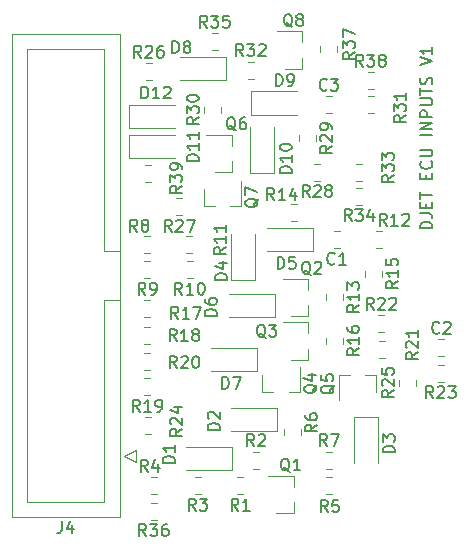
<source format=gbr>
%TF.GenerationSoftware,KiCad,Pcbnew,(5.1.6)-1*%
%TF.CreationDate,2021-03-15T21:03:39-07:00*%
%TF.ProjectId,ECUOutputs,4543554f-7574-4707-9574-732e6b696361,rev?*%
%TF.SameCoordinates,Original*%
%TF.FileFunction,Legend,Top*%
%TF.FilePolarity,Positive*%
%FSLAX46Y46*%
G04 Gerber Fmt 4.6, Leading zero omitted, Abs format (unit mm)*
G04 Created by KiCad (PCBNEW (5.1.6)-1) date 2021-03-15 21:03:39*
%MOMM*%
%LPD*%
G01*
G04 APERTURE LIST*
%ADD10C,0.150000*%
%ADD11C,0.120000*%
G04 APERTURE END LIST*
D10*
X137452380Y-84642857D02*
X136452380Y-84642857D01*
X136452380Y-84404761D01*
X136500000Y-84261904D01*
X136595238Y-84166666D01*
X136690476Y-84119047D01*
X136880952Y-84071428D01*
X137023809Y-84071428D01*
X137214285Y-84119047D01*
X137309523Y-84166666D01*
X137404761Y-84261904D01*
X137452380Y-84404761D01*
X137452380Y-84642857D01*
X136452380Y-83357142D02*
X137166666Y-83357142D01*
X137309523Y-83404761D01*
X137404761Y-83500000D01*
X137452380Y-83642857D01*
X137452380Y-83738095D01*
X136928571Y-82880952D02*
X136928571Y-82547619D01*
X137452380Y-82404761D02*
X137452380Y-82880952D01*
X136452380Y-82880952D01*
X136452380Y-82404761D01*
X136452380Y-82119047D02*
X136452380Y-81547619D01*
X137452380Y-81833333D02*
X136452380Y-81833333D01*
X136928571Y-80452380D02*
X136928571Y-80119047D01*
X137452380Y-79976190D02*
X137452380Y-80452380D01*
X136452380Y-80452380D01*
X136452380Y-79976190D01*
X137357142Y-78976190D02*
X137404761Y-79023809D01*
X137452380Y-79166666D01*
X137452380Y-79261904D01*
X137404761Y-79404761D01*
X137309523Y-79500000D01*
X137214285Y-79547619D01*
X137023809Y-79595238D01*
X136880952Y-79595238D01*
X136690476Y-79547619D01*
X136595238Y-79500000D01*
X136500000Y-79404761D01*
X136452380Y-79261904D01*
X136452380Y-79166666D01*
X136500000Y-79023809D01*
X136547619Y-78976190D01*
X136452380Y-78547619D02*
X137261904Y-78547619D01*
X137357142Y-78500000D01*
X137404761Y-78452380D01*
X137452380Y-78357142D01*
X137452380Y-78166666D01*
X137404761Y-78071428D01*
X137357142Y-78023809D01*
X137261904Y-77976190D01*
X136452380Y-77976190D01*
X137452380Y-76738095D02*
X136452380Y-76738095D01*
X137452380Y-76261904D02*
X136452380Y-76261904D01*
X137452380Y-75690476D01*
X136452380Y-75690476D01*
X137452380Y-75214285D02*
X136452380Y-75214285D01*
X136452380Y-74833333D01*
X136500000Y-74738095D01*
X136547619Y-74690476D01*
X136642857Y-74642857D01*
X136785714Y-74642857D01*
X136880952Y-74690476D01*
X136928571Y-74738095D01*
X136976190Y-74833333D01*
X136976190Y-75214285D01*
X136452380Y-74214285D02*
X137261904Y-74214285D01*
X137357142Y-74166666D01*
X137404761Y-74119047D01*
X137452380Y-74023809D01*
X137452380Y-73833333D01*
X137404761Y-73738095D01*
X137357142Y-73690476D01*
X137261904Y-73642857D01*
X136452380Y-73642857D01*
X136452380Y-73309523D02*
X136452380Y-72738095D01*
X137452380Y-73023809D02*
X136452380Y-73023809D01*
X137404761Y-72452380D02*
X137452380Y-72309523D01*
X137452380Y-72071428D01*
X137404761Y-71976190D01*
X137357142Y-71928571D01*
X137261904Y-71880952D01*
X137166666Y-71880952D01*
X137071428Y-71928571D01*
X137023809Y-71976190D01*
X136976190Y-72071428D01*
X136928571Y-72261904D01*
X136880952Y-72357142D01*
X136833333Y-72404761D01*
X136738095Y-72452380D01*
X136642857Y-72452380D01*
X136547619Y-72404761D01*
X136500000Y-72357142D01*
X136452380Y-72261904D01*
X136452380Y-72023809D01*
X136500000Y-71880952D01*
X136452380Y-70833333D02*
X137452380Y-70500000D01*
X136452380Y-70166666D01*
X137452380Y-69309523D02*
X137452380Y-69880952D01*
X137452380Y-69595238D02*
X136452380Y-69595238D01*
X136595238Y-69690476D01*
X136690476Y-69785714D01*
X136738095Y-69880952D01*
D11*
%TO.C,J4*%
X112376000Y-103386000D02*
X111376000Y-103886000D01*
X112376000Y-104386000D02*
X112376000Y-103386000D01*
X111376000Y-103886000D02*
X112376000Y-104386000D01*
X109676000Y-86596000D02*
X110986000Y-86596000D01*
X109676000Y-86596000D02*
X109676000Y-86596000D01*
X109676000Y-69496000D02*
X109676000Y-86596000D01*
X103176000Y-69496000D02*
X109676000Y-69496000D01*
X103176000Y-107796000D02*
X103176000Y-69496000D01*
X109676000Y-107796000D02*
X103176000Y-107796000D01*
X109676000Y-90696000D02*
X109676000Y-107796000D01*
X110986000Y-90696000D02*
X109676000Y-90696000D01*
X110986000Y-68196000D02*
X110986000Y-109096000D01*
X101866000Y-68196000D02*
X110986000Y-68196000D01*
X101866000Y-109096000D02*
X101866000Y-68196000D01*
X110986000Y-109096000D02*
X101866000Y-109096000D01*
%TO.C,R39*%
X113103922Y-80720000D02*
X113621078Y-80720000D01*
X113103922Y-79300000D02*
X113621078Y-79300000D01*
%TO.C,R38*%
X131996922Y-72846000D02*
X132514078Y-72846000D01*
X131996922Y-71426000D02*
X132514078Y-71426000D01*
%TO.C,R37*%
X129361000Y-69679078D02*
X129361000Y-69161922D01*
X127941000Y-69679078D02*
X127941000Y-69161922D01*
%TO.C,R36*%
X114129078Y-107875000D02*
X113611922Y-107875000D01*
X114129078Y-109295000D02*
X113611922Y-109295000D01*
%TO.C,R35*%
X118788922Y-69544000D02*
X119306078Y-69544000D01*
X118788922Y-68124000D02*
X119306078Y-68124000D01*
%TO.C,R34*%
X131528078Y-81205000D02*
X131010922Y-81205000D01*
X131528078Y-82625000D02*
X131010922Y-82625000D01*
%TO.C,R33*%
X131498078Y-79173000D02*
X130980922Y-79173000D01*
X131498078Y-80593000D02*
X130980922Y-80593000D01*
%TO.C,R32*%
X121836922Y-71957000D02*
X122354078Y-71957000D01*
X121836922Y-70537000D02*
X122354078Y-70537000D01*
%TO.C,R31*%
X131996922Y-74878000D02*
X132514078Y-74878000D01*
X131996922Y-73458000D02*
X132514078Y-73458000D01*
%TO.C,R30*%
X119582000Y-74856078D02*
X119582000Y-74338922D01*
X118162000Y-74856078D02*
X118162000Y-74338922D01*
%TO.C,R29*%
X126163000Y-76751922D02*
X126163000Y-77269078D01*
X127583000Y-76751922D02*
X127583000Y-77269078D01*
%TO.C,R28*%
X127972078Y-79173000D02*
X127454922Y-79173000D01*
X127972078Y-80593000D02*
X127454922Y-80593000D01*
%TO.C,R27*%
X116288078Y-82094000D02*
X115770922Y-82094000D01*
X116288078Y-83514000D02*
X115770922Y-83514000D01*
%TO.C,R26*%
X113200922Y-72084000D02*
X113718078Y-72084000D01*
X113200922Y-70664000D02*
X113718078Y-70664000D01*
%TO.C,R25*%
X136092000Y-97970078D02*
X136092000Y-97452922D01*
X134672000Y-97970078D02*
X134672000Y-97452922D01*
%TO.C,R24*%
X113152422Y-102056000D02*
X113669578Y-102056000D01*
X113152422Y-100636000D02*
X113669578Y-100636000D01*
%TO.C,R23*%
X138434578Y-96191000D02*
X137917422Y-96191000D01*
X138434578Y-97611000D02*
X137917422Y-97611000D01*
%TO.C,R22*%
X132885922Y-93420000D02*
X133403078Y-93420000D01*
X132885922Y-92000000D02*
X133403078Y-92000000D01*
%TO.C,R21*%
X132964422Y-95579000D02*
X133481578Y-95579000D01*
X132964422Y-94159000D02*
X133481578Y-94159000D01*
%TO.C,R20*%
X113542578Y-95175000D02*
X113025422Y-95175000D01*
X113542578Y-96595000D02*
X113025422Y-96595000D01*
%TO.C,R19*%
X113591078Y-97334000D02*
X113073922Y-97334000D01*
X113591078Y-98754000D02*
X113073922Y-98754000D01*
%TO.C,R18*%
X113591078Y-93016000D02*
X113073922Y-93016000D01*
X113591078Y-94436000D02*
X113073922Y-94436000D01*
%TO.C,R17*%
X113591078Y-90730000D02*
X113073922Y-90730000D01*
X113591078Y-92150000D02*
X113073922Y-92150000D01*
%TO.C,R16*%
X128449000Y-93896922D02*
X128449000Y-94414078D01*
X129869000Y-93896922D02*
X129869000Y-94414078D01*
%TO.C,R15*%
X131751000Y-88211922D02*
X131751000Y-88729078D01*
X133171000Y-88211922D02*
X133171000Y-88729078D01*
%TO.C,R14*%
X126037078Y-82602000D02*
X125519922Y-82602000D01*
X126037078Y-84022000D02*
X125519922Y-84022000D01*
%TO.C,R13*%
X128449000Y-90213922D02*
X128449000Y-90731078D01*
X129869000Y-90213922D02*
X129869000Y-90731078D01*
%TO.C,R12*%
X133179078Y-84888000D02*
X132661922Y-84888000D01*
X133179078Y-86308000D02*
X132661922Y-86308000D01*
%TO.C,R11*%
X117147078Y-85269000D02*
X116629922Y-85269000D01*
X117147078Y-86689000D02*
X116629922Y-86689000D01*
%TO.C,R10*%
X117177078Y-87428000D02*
X116659922Y-87428000D01*
X117177078Y-88848000D02*
X116659922Y-88848000D01*
%TO.C,R9*%
X113591078Y-87428000D02*
X113073922Y-87428000D01*
X113591078Y-88848000D02*
X113073922Y-88848000D01*
%TO.C,R8*%
X113591078Y-85269000D02*
X113073922Y-85269000D01*
X113591078Y-86689000D02*
X113073922Y-86689000D01*
%TO.C,R7*%
X128440922Y-104977000D02*
X128958078Y-104977000D01*
X128440922Y-103557000D02*
X128958078Y-103557000D01*
%TO.C,R6*%
X124893000Y-101643922D02*
X124893000Y-102161078D01*
X126313000Y-101643922D02*
X126313000Y-102161078D01*
%TO.C,R5*%
X128440922Y-107136000D02*
X128958078Y-107136000D01*
X128440922Y-105716000D02*
X128958078Y-105716000D01*
%TO.C,R4*%
X113660422Y-107136000D02*
X114177578Y-107136000D01*
X113660422Y-105716000D02*
X114177578Y-105716000D01*
%TO.C,R3*%
X117860578Y-105716000D02*
X117343422Y-105716000D01*
X117860578Y-107136000D02*
X117343422Y-107136000D01*
%TO.C,R2*%
X122296422Y-104977000D02*
X122813578Y-104977000D01*
X122296422Y-103557000D02*
X122813578Y-103557000D01*
%TO.C,R1*%
X120947922Y-107136000D02*
X121465078Y-107136000D01*
X120947922Y-105716000D02*
X121465078Y-105716000D01*
%TO.C,Q8*%
X126474000Y-71115000D02*
X125014000Y-71115000D01*
X126474000Y-67955000D02*
X124314000Y-67955000D01*
X126474000Y-67955000D02*
X126474000Y-68885000D01*
X126474000Y-71115000D02*
X126474000Y-70185000D01*
%TO.C,Q7*%
X118115000Y-82786000D02*
X118115000Y-81326000D01*
X121275000Y-82786000D02*
X121275000Y-80626000D01*
X121275000Y-82786000D02*
X120345000Y-82786000D01*
X118115000Y-82786000D02*
X119045000Y-82786000D01*
%TO.C,Q6*%
X120505000Y-79878000D02*
X119045000Y-79878000D01*
X120505000Y-76718000D02*
X118345000Y-76718000D01*
X120505000Y-76718000D02*
X120505000Y-77648000D01*
X120505000Y-79878000D02*
X120505000Y-78948000D01*
%TO.C,Q5*%
X132710000Y-97046000D02*
X132710000Y-98506000D01*
X129550000Y-97046000D02*
X129550000Y-99206000D01*
X129550000Y-97046000D02*
X130480000Y-97046000D01*
X132710000Y-97046000D02*
X131780000Y-97046000D01*
%TO.C,Q4*%
X123073000Y-98534000D02*
X123073000Y-97074000D01*
X126233000Y-98534000D02*
X126233000Y-96374000D01*
X126233000Y-98534000D02*
X125303000Y-98534000D01*
X123073000Y-98534000D02*
X124003000Y-98534000D01*
%TO.C,Q3*%
X126982000Y-95748000D02*
X125522000Y-95748000D01*
X126982000Y-92588000D02*
X124822000Y-92588000D01*
X126982000Y-92588000D02*
X126982000Y-93518000D01*
X126982000Y-95748000D02*
X126982000Y-94818000D01*
%TO.C,Q2*%
X126982000Y-92065000D02*
X125522000Y-92065000D01*
X126982000Y-88905000D02*
X124822000Y-88905000D01*
X126982000Y-88905000D02*
X126982000Y-89835000D01*
X126982000Y-92065000D02*
X126982000Y-91135000D01*
%TO.C,Q1*%
X125728000Y-108768000D02*
X124268000Y-108768000D01*
X125728000Y-105608000D02*
X123568000Y-105608000D01*
X125728000Y-105608000D02*
X125728000Y-106538000D01*
X125728000Y-108768000D02*
X125728000Y-107838000D01*
%TO.C,D12*%
X111795000Y-74184000D02*
X115695000Y-74184000D01*
X111795000Y-76184000D02*
X115695000Y-76184000D01*
X111795000Y-74184000D02*
X111795000Y-76184000D01*
%TO.C,D11*%
X111795000Y-76724000D02*
X115695000Y-76724000D01*
X111795000Y-78724000D02*
X115695000Y-78724000D01*
X111795000Y-76724000D02*
X111795000Y-78724000D01*
%TO.C,D10*%
X122063000Y-79974000D02*
X122063000Y-76074000D01*
X124063000Y-79974000D02*
X124063000Y-76074000D01*
X122063000Y-79974000D02*
X124063000Y-79974000D01*
%TO.C,D9*%
X122084000Y-73041000D02*
X125984000Y-73041000D01*
X122084000Y-75041000D02*
X125984000Y-75041000D01*
X122084000Y-73041000D02*
X122084000Y-75041000D01*
%TO.C,D8*%
X119980000Y-72120000D02*
X116080000Y-72120000D01*
X119980000Y-70120000D02*
X116080000Y-70120000D01*
X119980000Y-72120000D02*
X119980000Y-70120000D01*
%TO.C,D7*%
X122647000Y-96758000D02*
X118747000Y-96758000D01*
X122647000Y-94758000D02*
X118747000Y-94758000D01*
X122647000Y-96758000D02*
X122647000Y-94758000D01*
%TO.C,D6*%
X124170000Y-92186000D02*
X120270000Y-92186000D01*
X124170000Y-90186000D02*
X120270000Y-90186000D01*
X124170000Y-92186000D02*
X124170000Y-90186000D01*
%TO.C,D5*%
X127346000Y-86598000D02*
X123446000Y-86598000D01*
X127346000Y-84598000D02*
X123446000Y-84598000D01*
X127346000Y-86598000D02*
X127346000Y-84598000D01*
%TO.C,D4*%
X120412000Y-88990000D02*
X120412000Y-85090000D01*
X122412000Y-88990000D02*
X122412000Y-85090000D01*
X120412000Y-88990000D02*
X122412000Y-88990000D01*
%TO.C,D3*%
X132826000Y-100621000D02*
X132826000Y-104521000D01*
X130826000Y-100621000D02*
X130826000Y-104521000D01*
X132826000Y-100621000D02*
X130826000Y-100621000D01*
%TO.C,D2*%
X124298000Y-101838000D02*
X120398000Y-101838000D01*
X124298000Y-99838000D02*
X120398000Y-99838000D01*
X124298000Y-101838000D02*
X124298000Y-99838000D01*
%TO.C,D1*%
X120487000Y-105140000D02*
X116587000Y-105140000D01*
X120487000Y-103140000D02*
X116587000Y-103140000D01*
X120487000Y-105140000D02*
X120487000Y-103140000D01*
%TO.C,C3*%
X128440922Y-74878000D02*
X128958078Y-74878000D01*
X128440922Y-73458000D02*
X128958078Y-73458000D01*
%TO.C,C2*%
X137965922Y-95452000D02*
X138483078Y-95452000D01*
X137965922Y-94032000D02*
X138483078Y-94032000D01*
%TO.C,C1*%
X129623078Y-84888000D02*
X129105922Y-84888000D01*
X129623078Y-86308000D02*
X129105922Y-86308000D01*
%TO.C,J4*%
D10*
X106092666Y-109438380D02*
X106092666Y-110152666D01*
X106045047Y-110295523D01*
X105949809Y-110390761D01*
X105806952Y-110438380D01*
X105711714Y-110438380D01*
X106997428Y-109771714D02*
X106997428Y-110438380D01*
X106759333Y-109390761D02*
X106521238Y-110105047D01*
X107140285Y-110105047D01*
%TO.C,R39*%
X116276380Y-81033857D02*
X115800190Y-81367190D01*
X116276380Y-81605285D02*
X115276380Y-81605285D01*
X115276380Y-81224333D01*
X115324000Y-81129095D01*
X115371619Y-81081476D01*
X115466857Y-81033857D01*
X115609714Y-81033857D01*
X115704952Y-81081476D01*
X115752571Y-81129095D01*
X115800190Y-81224333D01*
X115800190Y-81605285D01*
X115276380Y-80700523D02*
X115276380Y-80081476D01*
X115657333Y-80414809D01*
X115657333Y-80271952D01*
X115704952Y-80176714D01*
X115752571Y-80129095D01*
X115847809Y-80081476D01*
X116085904Y-80081476D01*
X116181142Y-80129095D01*
X116228761Y-80176714D01*
X116276380Y-80271952D01*
X116276380Y-80557666D01*
X116228761Y-80652904D01*
X116181142Y-80700523D01*
X116276380Y-79605285D02*
X116276380Y-79414809D01*
X116228761Y-79319571D01*
X116181142Y-79271952D01*
X116038285Y-79176714D01*
X115847809Y-79129095D01*
X115466857Y-79129095D01*
X115371619Y-79176714D01*
X115324000Y-79224333D01*
X115276380Y-79319571D01*
X115276380Y-79510047D01*
X115324000Y-79605285D01*
X115371619Y-79652904D01*
X115466857Y-79700523D01*
X115704952Y-79700523D01*
X115800190Y-79652904D01*
X115847809Y-79605285D01*
X115895428Y-79510047D01*
X115895428Y-79319571D01*
X115847809Y-79224333D01*
X115800190Y-79176714D01*
X115704952Y-79129095D01*
%TO.C,R38*%
X131612642Y-70938380D02*
X131279309Y-70462190D01*
X131041214Y-70938380D02*
X131041214Y-69938380D01*
X131422166Y-69938380D01*
X131517404Y-69986000D01*
X131565023Y-70033619D01*
X131612642Y-70128857D01*
X131612642Y-70271714D01*
X131565023Y-70366952D01*
X131517404Y-70414571D01*
X131422166Y-70462190D01*
X131041214Y-70462190D01*
X131945976Y-69938380D02*
X132565023Y-69938380D01*
X132231690Y-70319333D01*
X132374547Y-70319333D01*
X132469785Y-70366952D01*
X132517404Y-70414571D01*
X132565023Y-70509809D01*
X132565023Y-70747904D01*
X132517404Y-70843142D01*
X132469785Y-70890761D01*
X132374547Y-70938380D01*
X132088833Y-70938380D01*
X131993595Y-70890761D01*
X131945976Y-70843142D01*
X133136452Y-70366952D02*
X133041214Y-70319333D01*
X132993595Y-70271714D01*
X132945976Y-70176476D01*
X132945976Y-70128857D01*
X132993595Y-70033619D01*
X133041214Y-69986000D01*
X133136452Y-69938380D01*
X133326928Y-69938380D01*
X133422166Y-69986000D01*
X133469785Y-70033619D01*
X133517404Y-70128857D01*
X133517404Y-70176476D01*
X133469785Y-70271714D01*
X133422166Y-70319333D01*
X133326928Y-70366952D01*
X133136452Y-70366952D01*
X133041214Y-70414571D01*
X132993595Y-70462190D01*
X132945976Y-70557428D01*
X132945976Y-70747904D01*
X132993595Y-70843142D01*
X133041214Y-70890761D01*
X133136452Y-70938380D01*
X133326928Y-70938380D01*
X133422166Y-70890761D01*
X133469785Y-70843142D01*
X133517404Y-70747904D01*
X133517404Y-70557428D01*
X133469785Y-70462190D01*
X133422166Y-70414571D01*
X133326928Y-70366952D01*
%TO.C,R37*%
X130881380Y-69730857D02*
X130405190Y-70064190D01*
X130881380Y-70302285D02*
X129881380Y-70302285D01*
X129881380Y-69921333D01*
X129929000Y-69826095D01*
X129976619Y-69778476D01*
X130071857Y-69730857D01*
X130214714Y-69730857D01*
X130309952Y-69778476D01*
X130357571Y-69826095D01*
X130405190Y-69921333D01*
X130405190Y-70302285D01*
X129881380Y-69397523D02*
X129881380Y-68778476D01*
X130262333Y-69111809D01*
X130262333Y-68968952D01*
X130309952Y-68873714D01*
X130357571Y-68826095D01*
X130452809Y-68778476D01*
X130690904Y-68778476D01*
X130786142Y-68826095D01*
X130833761Y-68873714D01*
X130881380Y-68968952D01*
X130881380Y-69254666D01*
X130833761Y-69349904D01*
X130786142Y-69397523D01*
X129881380Y-68445142D02*
X129881380Y-67778476D01*
X130881380Y-68207047D01*
%TO.C,R36*%
X113227642Y-110687380D02*
X112894309Y-110211190D01*
X112656214Y-110687380D02*
X112656214Y-109687380D01*
X113037166Y-109687380D01*
X113132404Y-109735000D01*
X113180023Y-109782619D01*
X113227642Y-109877857D01*
X113227642Y-110020714D01*
X113180023Y-110115952D01*
X113132404Y-110163571D01*
X113037166Y-110211190D01*
X112656214Y-110211190D01*
X113560976Y-109687380D02*
X114180023Y-109687380D01*
X113846690Y-110068333D01*
X113989547Y-110068333D01*
X114084785Y-110115952D01*
X114132404Y-110163571D01*
X114180023Y-110258809D01*
X114180023Y-110496904D01*
X114132404Y-110592142D01*
X114084785Y-110639761D01*
X113989547Y-110687380D01*
X113703833Y-110687380D01*
X113608595Y-110639761D01*
X113560976Y-110592142D01*
X115037166Y-109687380D02*
X114846690Y-109687380D01*
X114751452Y-109735000D01*
X114703833Y-109782619D01*
X114608595Y-109925476D01*
X114560976Y-110115952D01*
X114560976Y-110496904D01*
X114608595Y-110592142D01*
X114656214Y-110639761D01*
X114751452Y-110687380D01*
X114941928Y-110687380D01*
X115037166Y-110639761D01*
X115084785Y-110592142D01*
X115132404Y-110496904D01*
X115132404Y-110258809D01*
X115084785Y-110163571D01*
X115037166Y-110115952D01*
X114941928Y-110068333D01*
X114751452Y-110068333D01*
X114656214Y-110115952D01*
X114608595Y-110163571D01*
X114560976Y-110258809D01*
%TO.C,R35*%
X118404642Y-67636380D02*
X118071309Y-67160190D01*
X117833214Y-67636380D02*
X117833214Y-66636380D01*
X118214166Y-66636380D01*
X118309404Y-66684000D01*
X118357023Y-66731619D01*
X118404642Y-66826857D01*
X118404642Y-66969714D01*
X118357023Y-67064952D01*
X118309404Y-67112571D01*
X118214166Y-67160190D01*
X117833214Y-67160190D01*
X118737976Y-66636380D02*
X119357023Y-66636380D01*
X119023690Y-67017333D01*
X119166547Y-67017333D01*
X119261785Y-67064952D01*
X119309404Y-67112571D01*
X119357023Y-67207809D01*
X119357023Y-67445904D01*
X119309404Y-67541142D01*
X119261785Y-67588761D01*
X119166547Y-67636380D01*
X118880833Y-67636380D01*
X118785595Y-67588761D01*
X118737976Y-67541142D01*
X120261785Y-66636380D02*
X119785595Y-66636380D01*
X119737976Y-67112571D01*
X119785595Y-67064952D01*
X119880833Y-67017333D01*
X120118928Y-67017333D01*
X120214166Y-67064952D01*
X120261785Y-67112571D01*
X120309404Y-67207809D01*
X120309404Y-67445904D01*
X120261785Y-67541142D01*
X120214166Y-67588761D01*
X120118928Y-67636380D01*
X119880833Y-67636380D01*
X119785595Y-67588761D01*
X119737976Y-67541142D01*
%TO.C,R34*%
X130626642Y-84017380D02*
X130293309Y-83541190D01*
X130055214Y-84017380D02*
X130055214Y-83017380D01*
X130436166Y-83017380D01*
X130531404Y-83065000D01*
X130579023Y-83112619D01*
X130626642Y-83207857D01*
X130626642Y-83350714D01*
X130579023Y-83445952D01*
X130531404Y-83493571D01*
X130436166Y-83541190D01*
X130055214Y-83541190D01*
X130959976Y-83017380D02*
X131579023Y-83017380D01*
X131245690Y-83398333D01*
X131388547Y-83398333D01*
X131483785Y-83445952D01*
X131531404Y-83493571D01*
X131579023Y-83588809D01*
X131579023Y-83826904D01*
X131531404Y-83922142D01*
X131483785Y-83969761D01*
X131388547Y-84017380D01*
X131102833Y-84017380D01*
X131007595Y-83969761D01*
X130959976Y-83922142D01*
X132436166Y-83350714D02*
X132436166Y-84017380D01*
X132198071Y-82969761D02*
X131959976Y-83684047D01*
X132579023Y-83684047D01*
%TO.C,R33*%
X134183380Y-80144857D02*
X133707190Y-80478190D01*
X134183380Y-80716285D02*
X133183380Y-80716285D01*
X133183380Y-80335333D01*
X133231000Y-80240095D01*
X133278619Y-80192476D01*
X133373857Y-80144857D01*
X133516714Y-80144857D01*
X133611952Y-80192476D01*
X133659571Y-80240095D01*
X133707190Y-80335333D01*
X133707190Y-80716285D01*
X133183380Y-79811523D02*
X133183380Y-79192476D01*
X133564333Y-79525809D01*
X133564333Y-79382952D01*
X133611952Y-79287714D01*
X133659571Y-79240095D01*
X133754809Y-79192476D01*
X133992904Y-79192476D01*
X134088142Y-79240095D01*
X134135761Y-79287714D01*
X134183380Y-79382952D01*
X134183380Y-79668666D01*
X134135761Y-79763904D01*
X134088142Y-79811523D01*
X133183380Y-78859142D02*
X133183380Y-78240095D01*
X133564333Y-78573428D01*
X133564333Y-78430571D01*
X133611952Y-78335333D01*
X133659571Y-78287714D01*
X133754809Y-78240095D01*
X133992904Y-78240095D01*
X134088142Y-78287714D01*
X134135761Y-78335333D01*
X134183380Y-78430571D01*
X134183380Y-78716285D01*
X134135761Y-78811523D01*
X134088142Y-78859142D01*
%TO.C,R32*%
X121452642Y-70049380D02*
X121119309Y-69573190D01*
X120881214Y-70049380D02*
X120881214Y-69049380D01*
X121262166Y-69049380D01*
X121357404Y-69097000D01*
X121405023Y-69144619D01*
X121452642Y-69239857D01*
X121452642Y-69382714D01*
X121405023Y-69477952D01*
X121357404Y-69525571D01*
X121262166Y-69573190D01*
X120881214Y-69573190D01*
X121785976Y-69049380D02*
X122405023Y-69049380D01*
X122071690Y-69430333D01*
X122214547Y-69430333D01*
X122309785Y-69477952D01*
X122357404Y-69525571D01*
X122405023Y-69620809D01*
X122405023Y-69858904D01*
X122357404Y-69954142D01*
X122309785Y-70001761D01*
X122214547Y-70049380D01*
X121928833Y-70049380D01*
X121833595Y-70001761D01*
X121785976Y-69954142D01*
X122785976Y-69144619D02*
X122833595Y-69097000D01*
X122928833Y-69049380D01*
X123166928Y-69049380D01*
X123262166Y-69097000D01*
X123309785Y-69144619D01*
X123357404Y-69239857D01*
X123357404Y-69335095D01*
X123309785Y-69477952D01*
X122738357Y-70049380D01*
X123357404Y-70049380D01*
%TO.C,R31*%
X135199380Y-75064857D02*
X134723190Y-75398190D01*
X135199380Y-75636285D02*
X134199380Y-75636285D01*
X134199380Y-75255333D01*
X134247000Y-75160095D01*
X134294619Y-75112476D01*
X134389857Y-75064857D01*
X134532714Y-75064857D01*
X134627952Y-75112476D01*
X134675571Y-75160095D01*
X134723190Y-75255333D01*
X134723190Y-75636285D01*
X134199380Y-74731523D02*
X134199380Y-74112476D01*
X134580333Y-74445809D01*
X134580333Y-74302952D01*
X134627952Y-74207714D01*
X134675571Y-74160095D01*
X134770809Y-74112476D01*
X135008904Y-74112476D01*
X135104142Y-74160095D01*
X135151761Y-74207714D01*
X135199380Y-74302952D01*
X135199380Y-74588666D01*
X135151761Y-74683904D01*
X135104142Y-74731523D01*
X135199380Y-73160095D02*
X135199380Y-73731523D01*
X135199380Y-73445809D02*
X134199380Y-73445809D01*
X134342238Y-73541047D01*
X134437476Y-73636285D01*
X134485095Y-73731523D01*
%TO.C,R30*%
X117674380Y-75240357D02*
X117198190Y-75573690D01*
X117674380Y-75811785D02*
X116674380Y-75811785D01*
X116674380Y-75430833D01*
X116722000Y-75335595D01*
X116769619Y-75287976D01*
X116864857Y-75240357D01*
X117007714Y-75240357D01*
X117102952Y-75287976D01*
X117150571Y-75335595D01*
X117198190Y-75430833D01*
X117198190Y-75811785D01*
X116674380Y-74907023D02*
X116674380Y-74287976D01*
X117055333Y-74621309D01*
X117055333Y-74478452D01*
X117102952Y-74383214D01*
X117150571Y-74335595D01*
X117245809Y-74287976D01*
X117483904Y-74287976D01*
X117579142Y-74335595D01*
X117626761Y-74383214D01*
X117674380Y-74478452D01*
X117674380Y-74764166D01*
X117626761Y-74859404D01*
X117579142Y-74907023D01*
X116674380Y-73668928D02*
X116674380Y-73573690D01*
X116722000Y-73478452D01*
X116769619Y-73430833D01*
X116864857Y-73383214D01*
X117055333Y-73335595D01*
X117293428Y-73335595D01*
X117483904Y-73383214D01*
X117579142Y-73430833D01*
X117626761Y-73478452D01*
X117674380Y-73573690D01*
X117674380Y-73668928D01*
X117626761Y-73764166D01*
X117579142Y-73811785D01*
X117483904Y-73859404D01*
X117293428Y-73907023D01*
X117055333Y-73907023D01*
X116864857Y-73859404D01*
X116769619Y-73811785D01*
X116722000Y-73764166D01*
X116674380Y-73668928D01*
%TO.C,R29*%
X128975380Y-77653357D02*
X128499190Y-77986690D01*
X128975380Y-78224785D02*
X127975380Y-78224785D01*
X127975380Y-77843833D01*
X128023000Y-77748595D01*
X128070619Y-77700976D01*
X128165857Y-77653357D01*
X128308714Y-77653357D01*
X128403952Y-77700976D01*
X128451571Y-77748595D01*
X128499190Y-77843833D01*
X128499190Y-78224785D01*
X128070619Y-77272404D02*
X128023000Y-77224785D01*
X127975380Y-77129547D01*
X127975380Y-76891452D01*
X128023000Y-76796214D01*
X128070619Y-76748595D01*
X128165857Y-76700976D01*
X128261095Y-76700976D01*
X128403952Y-76748595D01*
X128975380Y-77320023D01*
X128975380Y-76700976D01*
X128975380Y-76224785D02*
X128975380Y-76034309D01*
X128927761Y-75939071D01*
X128880142Y-75891452D01*
X128737285Y-75796214D01*
X128546809Y-75748595D01*
X128165857Y-75748595D01*
X128070619Y-75796214D01*
X128023000Y-75843833D01*
X127975380Y-75939071D01*
X127975380Y-76129547D01*
X128023000Y-76224785D01*
X128070619Y-76272404D01*
X128165857Y-76320023D01*
X128403952Y-76320023D01*
X128499190Y-76272404D01*
X128546809Y-76224785D01*
X128594428Y-76129547D01*
X128594428Y-75939071D01*
X128546809Y-75843833D01*
X128499190Y-75796214D01*
X128403952Y-75748595D01*
%TO.C,R28*%
X127070642Y-81985380D02*
X126737309Y-81509190D01*
X126499214Y-81985380D02*
X126499214Y-80985380D01*
X126880166Y-80985380D01*
X126975404Y-81033000D01*
X127023023Y-81080619D01*
X127070642Y-81175857D01*
X127070642Y-81318714D01*
X127023023Y-81413952D01*
X126975404Y-81461571D01*
X126880166Y-81509190D01*
X126499214Y-81509190D01*
X127451595Y-81080619D02*
X127499214Y-81033000D01*
X127594452Y-80985380D01*
X127832547Y-80985380D01*
X127927785Y-81033000D01*
X127975404Y-81080619D01*
X128023023Y-81175857D01*
X128023023Y-81271095D01*
X127975404Y-81413952D01*
X127403976Y-81985380D01*
X128023023Y-81985380D01*
X128594452Y-81413952D02*
X128499214Y-81366333D01*
X128451595Y-81318714D01*
X128403976Y-81223476D01*
X128403976Y-81175857D01*
X128451595Y-81080619D01*
X128499214Y-81033000D01*
X128594452Y-80985380D01*
X128784928Y-80985380D01*
X128880166Y-81033000D01*
X128927785Y-81080619D01*
X128975404Y-81175857D01*
X128975404Y-81223476D01*
X128927785Y-81318714D01*
X128880166Y-81366333D01*
X128784928Y-81413952D01*
X128594452Y-81413952D01*
X128499214Y-81461571D01*
X128451595Y-81509190D01*
X128403976Y-81604428D01*
X128403976Y-81794904D01*
X128451595Y-81890142D01*
X128499214Y-81937761D01*
X128594452Y-81985380D01*
X128784928Y-81985380D01*
X128880166Y-81937761D01*
X128927785Y-81890142D01*
X128975404Y-81794904D01*
X128975404Y-81604428D01*
X128927785Y-81509190D01*
X128880166Y-81461571D01*
X128784928Y-81413952D01*
%TO.C,R27*%
X115386642Y-84906380D02*
X115053309Y-84430190D01*
X114815214Y-84906380D02*
X114815214Y-83906380D01*
X115196166Y-83906380D01*
X115291404Y-83954000D01*
X115339023Y-84001619D01*
X115386642Y-84096857D01*
X115386642Y-84239714D01*
X115339023Y-84334952D01*
X115291404Y-84382571D01*
X115196166Y-84430190D01*
X114815214Y-84430190D01*
X115767595Y-84001619D02*
X115815214Y-83954000D01*
X115910452Y-83906380D01*
X116148547Y-83906380D01*
X116243785Y-83954000D01*
X116291404Y-84001619D01*
X116339023Y-84096857D01*
X116339023Y-84192095D01*
X116291404Y-84334952D01*
X115719976Y-84906380D01*
X116339023Y-84906380D01*
X116672357Y-83906380D02*
X117339023Y-83906380D01*
X116910452Y-84906380D01*
%TO.C,R26*%
X112816642Y-70176380D02*
X112483309Y-69700190D01*
X112245214Y-70176380D02*
X112245214Y-69176380D01*
X112626166Y-69176380D01*
X112721404Y-69224000D01*
X112769023Y-69271619D01*
X112816642Y-69366857D01*
X112816642Y-69509714D01*
X112769023Y-69604952D01*
X112721404Y-69652571D01*
X112626166Y-69700190D01*
X112245214Y-69700190D01*
X113197595Y-69271619D02*
X113245214Y-69224000D01*
X113340452Y-69176380D01*
X113578547Y-69176380D01*
X113673785Y-69224000D01*
X113721404Y-69271619D01*
X113769023Y-69366857D01*
X113769023Y-69462095D01*
X113721404Y-69604952D01*
X113149976Y-70176380D01*
X113769023Y-70176380D01*
X114626166Y-69176380D02*
X114435690Y-69176380D01*
X114340452Y-69224000D01*
X114292833Y-69271619D01*
X114197595Y-69414476D01*
X114149976Y-69604952D01*
X114149976Y-69985904D01*
X114197595Y-70081142D01*
X114245214Y-70128761D01*
X114340452Y-70176380D01*
X114530928Y-70176380D01*
X114626166Y-70128761D01*
X114673785Y-70081142D01*
X114721404Y-69985904D01*
X114721404Y-69747809D01*
X114673785Y-69652571D01*
X114626166Y-69604952D01*
X114530928Y-69557333D01*
X114340452Y-69557333D01*
X114245214Y-69604952D01*
X114197595Y-69652571D01*
X114149976Y-69747809D01*
%TO.C,R25*%
X134184380Y-98354357D02*
X133708190Y-98687690D01*
X134184380Y-98925785D02*
X133184380Y-98925785D01*
X133184380Y-98544833D01*
X133232000Y-98449595D01*
X133279619Y-98401976D01*
X133374857Y-98354357D01*
X133517714Y-98354357D01*
X133612952Y-98401976D01*
X133660571Y-98449595D01*
X133708190Y-98544833D01*
X133708190Y-98925785D01*
X133279619Y-97973404D02*
X133232000Y-97925785D01*
X133184380Y-97830547D01*
X133184380Y-97592452D01*
X133232000Y-97497214D01*
X133279619Y-97449595D01*
X133374857Y-97401976D01*
X133470095Y-97401976D01*
X133612952Y-97449595D01*
X134184380Y-98021023D01*
X134184380Y-97401976D01*
X133184380Y-96497214D02*
X133184380Y-96973404D01*
X133660571Y-97021023D01*
X133612952Y-96973404D01*
X133565333Y-96878166D01*
X133565333Y-96640071D01*
X133612952Y-96544833D01*
X133660571Y-96497214D01*
X133755809Y-96449595D01*
X133993904Y-96449595D01*
X134089142Y-96497214D01*
X134136761Y-96544833D01*
X134184380Y-96640071D01*
X134184380Y-96878166D01*
X134136761Y-96973404D01*
X134089142Y-97021023D01*
%TO.C,R24*%
X116276380Y-101607857D02*
X115800190Y-101941190D01*
X116276380Y-102179285D02*
X115276380Y-102179285D01*
X115276380Y-101798333D01*
X115324000Y-101703095D01*
X115371619Y-101655476D01*
X115466857Y-101607857D01*
X115609714Y-101607857D01*
X115704952Y-101655476D01*
X115752571Y-101703095D01*
X115800190Y-101798333D01*
X115800190Y-102179285D01*
X115371619Y-101226904D02*
X115324000Y-101179285D01*
X115276380Y-101084047D01*
X115276380Y-100845952D01*
X115324000Y-100750714D01*
X115371619Y-100703095D01*
X115466857Y-100655476D01*
X115562095Y-100655476D01*
X115704952Y-100703095D01*
X116276380Y-101274523D01*
X116276380Y-100655476D01*
X115609714Y-99798333D02*
X116276380Y-99798333D01*
X115228761Y-100036428D02*
X115943047Y-100274523D01*
X115943047Y-99655476D01*
%TO.C,R23*%
X137533142Y-99003380D02*
X137199809Y-98527190D01*
X136961714Y-99003380D02*
X136961714Y-98003380D01*
X137342666Y-98003380D01*
X137437904Y-98051000D01*
X137485523Y-98098619D01*
X137533142Y-98193857D01*
X137533142Y-98336714D01*
X137485523Y-98431952D01*
X137437904Y-98479571D01*
X137342666Y-98527190D01*
X136961714Y-98527190D01*
X137914095Y-98098619D02*
X137961714Y-98051000D01*
X138056952Y-98003380D01*
X138295047Y-98003380D01*
X138390285Y-98051000D01*
X138437904Y-98098619D01*
X138485523Y-98193857D01*
X138485523Y-98289095D01*
X138437904Y-98431952D01*
X137866476Y-99003380D01*
X138485523Y-99003380D01*
X138818857Y-98003380D02*
X139437904Y-98003380D01*
X139104571Y-98384333D01*
X139247428Y-98384333D01*
X139342666Y-98431952D01*
X139390285Y-98479571D01*
X139437904Y-98574809D01*
X139437904Y-98812904D01*
X139390285Y-98908142D01*
X139342666Y-98955761D01*
X139247428Y-99003380D01*
X138961714Y-99003380D01*
X138866476Y-98955761D01*
X138818857Y-98908142D01*
%TO.C,R22*%
X132501642Y-91512380D02*
X132168309Y-91036190D01*
X131930214Y-91512380D02*
X131930214Y-90512380D01*
X132311166Y-90512380D01*
X132406404Y-90560000D01*
X132454023Y-90607619D01*
X132501642Y-90702857D01*
X132501642Y-90845714D01*
X132454023Y-90940952D01*
X132406404Y-90988571D01*
X132311166Y-91036190D01*
X131930214Y-91036190D01*
X132882595Y-90607619D02*
X132930214Y-90560000D01*
X133025452Y-90512380D01*
X133263547Y-90512380D01*
X133358785Y-90560000D01*
X133406404Y-90607619D01*
X133454023Y-90702857D01*
X133454023Y-90798095D01*
X133406404Y-90940952D01*
X132834976Y-91512380D01*
X133454023Y-91512380D01*
X133834976Y-90607619D02*
X133882595Y-90560000D01*
X133977833Y-90512380D01*
X134215928Y-90512380D01*
X134311166Y-90560000D01*
X134358785Y-90607619D01*
X134406404Y-90702857D01*
X134406404Y-90798095D01*
X134358785Y-90940952D01*
X133787357Y-91512380D01*
X134406404Y-91512380D01*
%TO.C,R21*%
X136215380Y-95130857D02*
X135739190Y-95464190D01*
X136215380Y-95702285D02*
X135215380Y-95702285D01*
X135215380Y-95321333D01*
X135263000Y-95226095D01*
X135310619Y-95178476D01*
X135405857Y-95130857D01*
X135548714Y-95130857D01*
X135643952Y-95178476D01*
X135691571Y-95226095D01*
X135739190Y-95321333D01*
X135739190Y-95702285D01*
X135310619Y-94749904D02*
X135263000Y-94702285D01*
X135215380Y-94607047D01*
X135215380Y-94368952D01*
X135263000Y-94273714D01*
X135310619Y-94226095D01*
X135405857Y-94178476D01*
X135501095Y-94178476D01*
X135643952Y-94226095D01*
X136215380Y-94797523D01*
X136215380Y-94178476D01*
X136215380Y-93226095D02*
X136215380Y-93797523D01*
X136215380Y-93511809D02*
X135215380Y-93511809D01*
X135358238Y-93607047D01*
X135453476Y-93702285D01*
X135501095Y-93797523D01*
%TO.C,R20*%
X115816142Y-96464380D02*
X115482809Y-95988190D01*
X115244714Y-96464380D02*
X115244714Y-95464380D01*
X115625666Y-95464380D01*
X115720904Y-95512000D01*
X115768523Y-95559619D01*
X115816142Y-95654857D01*
X115816142Y-95797714D01*
X115768523Y-95892952D01*
X115720904Y-95940571D01*
X115625666Y-95988190D01*
X115244714Y-95988190D01*
X116197095Y-95559619D02*
X116244714Y-95512000D01*
X116339952Y-95464380D01*
X116578047Y-95464380D01*
X116673285Y-95512000D01*
X116720904Y-95559619D01*
X116768523Y-95654857D01*
X116768523Y-95750095D01*
X116720904Y-95892952D01*
X116149476Y-96464380D01*
X116768523Y-96464380D01*
X117387571Y-95464380D02*
X117482809Y-95464380D01*
X117578047Y-95512000D01*
X117625666Y-95559619D01*
X117673285Y-95654857D01*
X117720904Y-95845333D01*
X117720904Y-96083428D01*
X117673285Y-96273904D01*
X117625666Y-96369142D01*
X117578047Y-96416761D01*
X117482809Y-96464380D01*
X117387571Y-96464380D01*
X117292333Y-96416761D01*
X117244714Y-96369142D01*
X117197095Y-96273904D01*
X117149476Y-96083428D01*
X117149476Y-95845333D01*
X117197095Y-95654857D01*
X117244714Y-95559619D01*
X117292333Y-95512000D01*
X117387571Y-95464380D01*
%TO.C,R19*%
X112689642Y-100146380D02*
X112356309Y-99670190D01*
X112118214Y-100146380D02*
X112118214Y-99146380D01*
X112499166Y-99146380D01*
X112594404Y-99194000D01*
X112642023Y-99241619D01*
X112689642Y-99336857D01*
X112689642Y-99479714D01*
X112642023Y-99574952D01*
X112594404Y-99622571D01*
X112499166Y-99670190D01*
X112118214Y-99670190D01*
X113642023Y-100146380D02*
X113070595Y-100146380D01*
X113356309Y-100146380D02*
X113356309Y-99146380D01*
X113261071Y-99289238D01*
X113165833Y-99384476D01*
X113070595Y-99432095D01*
X114118214Y-100146380D02*
X114308690Y-100146380D01*
X114403928Y-100098761D01*
X114451547Y-100051142D01*
X114546785Y-99908285D01*
X114594404Y-99717809D01*
X114594404Y-99336857D01*
X114546785Y-99241619D01*
X114499166Y-99194000D01*
X114403928Y-99146380D01*
X114213452Y-99146380D01*
X114118214Y-99194000D01*
X114070595Y-99241619D01*
X114022976Y-99336857D01*
X114022976Y-99574952D01*
X114070595Y-99670190D01*
X114118214Y-99717809D01*
X114213452Y-99765428D01*
X114403928Y-99765428D01*
X114499166Y-99717809D01*
X114546785Y-99670190D01*
X114594404Y-99574952D01*
%TO.C,R18*%
X115816142Y-94178380D02*
X115482809Y-93702190D01*
X115244714Y-94178380D02*
X115244714Y-93178380D01*
X115625666Y-93178380D01*
X115720904Y-93226000D01*
X115768523Y-93273619D01*
X115816142Y-93368857D01*
X115816142Y-93511714D01*
X115768523Y-93606952D01*
X115720904Y-93654571D01*
X115625666Y-93702190D01*
X115244714Y-93702190D01*
X116768523Y-94178380D02*
X116197095Y-94178380D01*
X116482809Y-94178380D02*
X116482809Y-93178380D01*
X116387571Y-93321238D01*
X116292333Y-93416476D01*
X116197095Y-93464095D01*
X117339952Y-93606952D02*
X117244714Y-93559333D01*
X117197095Y-93511714D01*
X117149476Y-93416476D01*
X117149476Y-93368857D01*
X117197095Y-93273619D01*
X117244714Y-93226000D01*
X117339952Y-93178380D01*
X117530428Y-93178380D01*
X117625666Y-93226000D01*
X117673285Y-93273619D01*
X117720904Y-93368857D01*
X117720904Y-93416476D01*
X117673285Y-93511714D01*
X117625666Y-93559333D01*
X117530428Y-93606952D01*
X117339952Y-93606952D01*
X117244714Y-93654571D01*
X117197095Y-93702190D01*
X117149476Y-93797428D01*
X117149476Y-93987904D01*
X117197095Y-94083142D01*
X117244714Y-94130761D01*
X117339952Y-94178380D01*
X117530428Y-94178380D01*
X117625666Y-94130761D01*
X117673285Y-94083142D01*
X117720904Y-93987904D01*
X117720904Y-93797428D01*
X117673285Y-93702190D01*
X117625666Y-93654571D01*
X117530428Y-93606952D01*
%TO.C,R17*%
X115943142Y-92273380D02*
X115609809Y-91797190D01*
X115371714Y-92273380D02*
X115371714Y-91273380D01*
X115752666Y-91273380D01*
X115847904Y-91321000D01*
X115895523Y-91368619D01*
X115943142Y-91463857D01*
X115943142Y-91606714D01*
X115895523Y-91701952D01*
X115847904Y-91749571D01*
X115752666Y-91797190D01*
X115371714Y-91797190D01*
X116895523Y-92273380D02*
X116324095Y-92273380D01*
X116609809Y-92273380D02*
X116609809Y-91273380D01*
X116514571Y-91416238D01*
X116419333Y-91511476D01*
X116324095Y-91559095D01*
X117228857Y-91273380D02*
X117895523Y-91273380D01*
X117466952Y-92273380D01*
%TO.C,R16*%
X131261380Y-94798357D02*
X130785190Y-95131690D01*
X131261380Y-95369785D02*
X130261380Y-95369785D01*
X130261380Y-94988833D01*
X130309000Y-94893595D01*
X130356619Y-94845976D01*
X130451857Y-94798357D01*
X130594714Y-94798357D01*
X130689952Y-94845976D01*
X130737571Y-94893595D01*
X130785190Y-94988833D01*
X130785190Y-95369785D01*
X131261380Y-93845976D02*
X131261380Y-94417404D01*
X131261380Y-94131690D02*
X130261380Y-94131690D01*
X130404238Y-94226928D01*
X130499476Y-94322166D01*
X130547095Y-94417404D01*
X130261380Y-92988833D02*
X130261380Y-93179309D01*
X130309000Y-93274547D01*
X130356619Y-93322166D01*
X130499476Y-93417404D01*
X130689952Y-93465023D01*
X131070904Y-93465023D01*
X131166142Y-93417404D01*
X131213761Y-93369785D01*
X131261380Y-93274547D01*
X131261380Y-93084071D01*
X131213761Y-92988833D01*
X131166142Y-92941214D01*
X131070904Y-92893595D01*
X130832809Y-92893595D01*
X130737571Y-92941214D01*
X130689952Y-92988833D01*
X130642333Y-93084071D01*
X130642333Y-93274547D01*
X130689952Y-93369785D01*
X130737571Y-93417404D01*
X130832809Y-93465023D01*
%TO.C,R15*%
X134563380Y-89113357D02*
X134087190Y-89446690D01*
X134563380Y-89684785D02*
X133563380Y-89684785D01*
X133563380Y-89303833D01*
X133611000Y-89208595D01*
X133658619Y-89160976D01*
X133753857Y-89113357D01*
X133896714Y-89113357D01*
X133991952Y-89160976D01*
X134039571Y-89208595D01*
X134087190Y-89303833D01*
X134087190Y-89684785D01*
X134563380Y-88160976D02*
X134563380Y-88732404D01*
X134563380Y-88446690D02*
X133563380Y-88446690D01*
X133706238Y-88541928D01*
X133801476Y-88637166D01*
X133849095Y-88732404D01*
X133563380Y-87256214D02*
X133563380Y-87732404D01*
X134039571Y-87780023D01*
X133991952Y-87732404D01*
X133944333Y-87637166D01*
X133944333Y-87399071D01*
X133991952Y-87303833D01*
X134039571Y-87256214D01*
X134134809Y-87208595D01*
X134372904Y-87208595D01*
X134468142Y-87256214D01*
X134515761Y-87303833D01*
X134563380Y-87399071D01*
X134563380Y-87637166D01*
X134515761Y-87732404D01*
X134468142Y-87780023D01*
%TO.C,R14*%
X124071142Y-82240380D02*
X123737809Y-81764190D01*
X123499714Y-82240380D02*
X123499714Y-81240380D01*
X123880666Y-81240380D01*
X123975904Y-81288000D01*
X124023523Y-81335619D01*
X124071142Y-81430857D01*
X124071142Y-81573714D01*
X124023523Y-81668952D01*
X123975904Y-81716571D01*
X123880666Y-81764190D01*
X123499714Y-81764190D01*
X125023523Y-82240380D02*
X124452095Y-82240380D01*
X124737809Y-82240380D02*
X124737809Y-81240380D01*
X124642571Y-81383238D01*
X124547333Y-81478476D01*
X124452095Y-81526095D01*
X125880666Y-81573714D02*
X125880666Y-82240380D01*
X125642571Y-81192761D02*
X125404476Y-81907047D01*
X126023523Y-81907047D01*
%TO.C,R13*%
X131261380Y-91115357D02*
X130785190Y-91448690D01*
X131261380Y-91686785D02*
X130261380Y-91686785D01*
X130261380Y-91305833D01*
X130309000Y-91210595D01*
X130356619Y-91162976D01*
X130451857Y-91115357D01*
X130594714Y-91115357D01*
X130689952Y-91162976D01*
X130737571Y-91210595D01*
X130785190Y-91305833D01*
X130785190Y-91686785D01*
X131261380Y-90162976D02*
X131261380Y-90734404D01*
X131261380Y-90448690D02*
X130261380Y-90448690D01*
X130404238Y-90543928D01*
X130499476Y-90639166D01*
X130547095Y-90734404D01*
X130261380Y-89829642D02*
X130261380Y-89210595D01*
X130642333Y-89543928D01*
X130642333Y-89401071D01*
X130689952Y-89305833D01*
X130737571Y-89258214D01*
X130832809Y-89210595D01*
X131070904Y-89210595D01*
X131166142Y-89258214D01*
X131213761Y-89305833D01*
X131261380Y-89401071D01*
X131261380Y-89686785D01*
X131213761Y-89782023D01*
X131166142Y-89829642D01*
%TO.C,R12*%
X133596142Y-84399380D02*
X133262809Y-83923190D01*
X133024714Y-84399380D02*
X133024714Y-83399380D01*
X133405666Y-83399380D01*
X133500904Y-83447000D01*
X133548523Y-83494619D01*
X133596142Y-83589857D01*
X133596142Y-83732714D01*
X133548523Y-83827952D01*
X133500904Y-83875571D01*
X133405666Y-83923190D01*
X133024714Y-83923190D01*
X134548523Y-84399380D02*
X133977095Y-84399380D01*
X134262809Y-84399380D02*
X134262809Y-83399380D01*
X134167571Y-83542238D01*
X134072333Y-83637476D01*
X133977095Y-83685095D01*
X134929476Y-83494619D02*
X134977095Y-83447000D01*
X135072333Y-83399380D01*
X135310428Y-83399380D01*
X135405666Y-83447000D01*
X135453285Y-83494619D01*
X135500904Y-83589857D01*
X135500904Y-83685095D01*
X135453285Y-83827952D01*
X134881857Y-84399380D01*
X135500904Y-84399380D01*
%TO.C,R11*%
X119959380Y-86240857D02*
X119483190Y-86574190D01*
X119959380Y-86812285D02*
X118959380Y-86812285D01*
X118959380Y-86431333D01*
X119007000Y-86336095D01*
X119054619Y-86288476D01*
X119149857Y-86240857D01*
X119292714Y-86240857D01*
X119387952Y-86288476D01*
X119435571Y-86336095D01*
X119483190Y-86431333D01*
X119483190Y-86812285D01*
X119959380Y-85288476D02*
X119959380Y-85859904D01*
X119959380Y-85574190D02*
X118959380Y-85574190D01*
X119102238Y-85669428D01*
X119197476Y-85764666D01*
X119245095Y-85859904D01*
X119959380Y-84336095D02*
X119959380Y-84907523D01*
X119959380Y-84621809D02*
X118959380Y-84621809D01*
X119102238Y-84717047D01*
X119197476Y-84812285D01*
X119245095Y-84907523D01*
%TO.C,R10*%
X116275642Y-90240380D02*
X115942309Y-89764190D01*
X115704214Y-90240380D02*
X115704214Y-89240380D01*
X116085166Y-89240380D01*
X116180404Y-89288000D01*
X116228023Y-89335619D01*
X116275642Y-89430857D01*
X116275642Y-89573714D01*
X116228023Y-89668952D01*
X116180404Y-89716571D01*
X116085166Y-89764190D01*
X115704214Y-89764190D01*
X117228023Y-90240380D02*
X116656595Y-90240380D01*
X116942309Y-90240380D02*
X116942309Y-89240380D01*
X116847071Y-89383238D01*
X116751833Y-89478476D01*
X116656595Y-89526095D01*
X117847071Y-89240380D02*
X117942309Y-89240380D01*
X118037547Y-89288000D01*
X118085166Y-89335619D01*
X118132785Y-89430857D01*
X118180404Y-89621333D01*
X118180404Y-89859428D01*
X118132785Y-90049904D01*
X118085166Y-90145142D01*
X118037547Y-90192761D01*
X117942309Y-90240380D01*
X117847071Y-90240380D01*
X117751833Y-90192761D01*
X117704214Y-90145142D01*
X117656595Y-90049904D01*
X117608976Y-89859428D01*
X117608976Y-89621333D01*
X117656595Y-89430857D01*
X117704214Y-89335619D01*
X117751833Y-89288000D01*
X117847071Y-89240380D01*
%TO.C,R9*%
X113165833Y-90240380D02*
X112832500Y-89764190D01*
X112594404Y-90240380D02*
X112594404Y-89240380D01*
X112975357Y-89240380D01*
X113070595Y-89288000D01*
X113118214Y-89335619D01*
X113165833Y-89430857D01*
X113165833Y-89573714D01*
X113118214Y-89668952D01*
X113070595Y-89716571D01*
X112975357Y-89764190D01*
X112594404Y-89764190D01*
X113642023Y-90240380D02*
X113832500Y-90240380D01*
X113927738Y-90192761D01*
X113975357Y-90145142D01*
X114070595Y-90002285D01*
X114118214Y-89811809D01*
X114118214Y-89430857D01*
X114070595Y-89335619D01*
X114022976Y-89288000D01*
X113927738Y-89240380D01*
X113737261Y-89240380D01*
X113642023Y-89288000D01*
X113594404Y-89335619D01*
X113546785Y-89430857D01*
X113546785Y-89668952D01*
X113594404Y-89764190D01*
X113642023Y-89811809D01*
X113737261Y-89859428D01*
X113927738Y-89859428D01*
X114022976Y-89811809D01*
X114070595Y-89764190D01*
X114118214Y-89668952D01*
%TO.C,R8*%
X112482333Y-84907380D02*
X112149000Y-84431190D01*
X111910904Y-84907380D02*
X111910904Y-83907380D01*
X112291857Y-83907380D01*
X112387095Y-83955000D01*
X112434714Y-84002619D01*
X112482333Y-84097857D01*
X112482333Y-84240714D01*
X112434714Y-84335952D01*
X112387095Y-84383571D01*
X112291857Y-84431190D01*
X111910904Y-84431190D01*
X113053761Y-84335952D02*
X112958523Y-84288333D01*
X112910904Y-84240714D01*
X112863285Y-84145476D01*
X112863285Y-84097857D01*
X112910904Y-84002619D01*
X112958523Y-83955000D01*
X113053761Y-83907380D01*
X113244238Y-83907380D01*
X113339476Y-83955000D01*
X113387095Y-84002619D01*
X113434714Y-84097857D01*
X113434714Y-84145476D01*
X113387095Y-84240714D01*
X113339476Y-84288333D01*
X113244238Y-84335952D01*
X113053761Y-84335952D01*
X112958523Y-84383571D01*
X112910904Y-84431190D01*
X112863285Y-84526428D01*
X112863285Y-84716904D01*
X112910904Y-84812142D01*
X112958523Y-84859761D01*
X113053761Y-84907380D01*
X113244238Y-84907380D01*
X113339476Y-84859761D01*
X113387095Y-84812142D01*
X113434714Y-84716904D01*
X113434714Y-84526428D01*
X113387095Y-84431190D01*
X113339476Y-84383571D01*
X113244238Y-84335952D01*
%TO.C,R7*%
X128532833Y-103069380D02*
X128199500Y-102593190D01*
X127961404Y-103069380D02*
X127961404Y-102069380D01*
X128342357Y-102069380D01*
X128437595Y-102117000D01*
X128485214Y-102164619D01*
X128532833Y-102259857D01*
X128532833Y-102402714D01*
X128485214Y-102497952D01*
X128437595Y-102545571D01*
X128342357Y-102593190D01*
X127961404Y-102593190D01*
X128866166Y-102069380D02*
X129532833Y-102069380D01*
X129104261Y-103069380D01*
%TO.C,R6*%
X127705380Y-101258666D02*
X127229190Y-101592000D01*
X127705380Y-101830095D02*
X126705380Y-101830095D01*
X126705380Y-101449142D01*
X126753000Y-101353904D01*
X126800619Y-101306285D01*
X126895857Y-101258666D01*
X127038714Y-101258666D01*
X127133952Y-101306285D01*
X127181571Y-101353904D01*
X127229190Y-101449142D01*
X127229190Y-101830095D01*
X126705380Y-100401523D02*
X126705380Y-100592000D01*
X126753000Y-100687238D01*
X126800619Y-100734857D01*
X126943476Y-100830095D01*
X127133952Y-100877714D01*
X127514904Y-100877714D01*
X127610142Y-100830095D01*
X127657761Y-100782476D01*
X127705380Y-100687238D01*
X127705380Y-100496761D01*
X127657761Y-100401523D01*
X127610142Y-100353904D01*
X127514904Y-100306285D01*
X127276809Y-100306285D01*
X127181571Y-100353904D01*
X127133952Y-100401523D01*
X127086333Y-100496761D01*
X127086333Y-100687238D01*
X127133952Y-100782476D01*
X127181571Y-100830095D01*
X127276809Y-100877714D01*
%TO.C,R5*%
X128611333Y-108656380D02*
X128278000Y-108180190D01*
X128039904Y-108656380D02*
X128039904Y-107656380D01*
X128420857Y-107656380D01*
X128516095Y-107704000D01*
X128563714Y-107751619D01*
X128611333Y-107846857D01*
X128611333Y-107989714D01*
X128563714Y-108084952D01*
X128516095Y-108132571D01*
X128420857Y-108180190D01*
X128039904Y-108180190D01*
X129516095Y-107656380D02*
X129039904Y-107656380D01*
X128992285Y-108132571D01*
X129039904Y-108084952D01*
X129135142Y-108037333D01*
X129373238Y-108037333D01*
X129468476Y-108084952D01*
X129516095Y-108132571D01*
X129563714Y-108227809D01*
X129563714Y-108465904D01*
X129516095Y-108561142D01*
X129468476Y-108608761D01*
X129373238Y-108656380D01*
X129135142Y-108656380D01*
X129039904Y-108608761D01*
X128992285Y-108561142D01*
%TO.C,R4*%
X113371333Y-105228380D02*
X113038000Y-104752190D01*
X112799904Y-105228380D02*
X112799904Y-104228380D01*
X113180857Y-104228380D01*
X113276095Y-104276000D01*
X113323714Y-104323619D01*
X113371333Y-104418857D01*
X113371333Y-104561714D01*
X113323714Y-104656952D01*
X113276095Y-104704571D01*
X113180857Y-104752190D01*
X112799904Y-104752190D01*
X114228476Y-104561714D02*
X114228476Y-105228380D01*
X113990380Y-104180761D02*
X113752285Y-104895047D01*
X114371333Y-104895047D01*
%TO.C,R3*%
X117435333Y-108528380D02*
X117102000Y-108052190D01*
X116863904Y-108528380D02*
X116863904Y-107528380D01*
X117244857Y-107528380D01*
X117340095Y-107576000D01*
X117387714Y-107623619D01*
X117435333Y-107718857D01*
X117435333Y-107861714D01*
X117387714Y-107956952D01*
X117340095Y-108004571D01*
X117244857Y-108052190D01*
X116863904Y-108052190D01*
X117768666Y-107528380D02*
X118387714Y-107528380D01*
X118054380Y-107909333D01*
X118197238Y-107909333D01*
X118292476Y-107956952D01*
X118340095Y-108004571D01*
X118387714Y-108099809D01*
X118387714Y-108337904D01*
X118340095Y-108433142D01*
X118292476Y-108480761D01*
X118197238Y-108528380D01*
X117911523Y-108528380D01*
X117816285Y-108480761D01*
X117768666Y-108433142D01*
%TO.C,R2*%
X122388333Y-103069380D02*
X122055000Y-102593190D01*
X121816904Y-103069380D02*
X121816904Y-102069380D01*
X122197857Y-102069380D01*
X122293095Y-102117000D01*
X122340714Y-102164619D01*
X122388333Y-102259857D01*
X122388333Y-102402714D01*
X122340714Y-102497952D01*
X122293095Y-102545571D01*
X122197857Y-102593190D01*
X121816904Y-102593190D01*
X122769285Y-102164619D02*
X122816904Y-102117000D01*
X122912142Y-102069380D01*
X123150238Y-102069380D01*
X123245476Y-102117000D01*
X123293095Y-102164619D01*
X123340714Y-102259857D01*
X123340714Y-102355095D01*
X123293095Y-102497952D01*
X122721666Y-103069380D01*
X123340714Y-103069380D01*
%TO.C,R1*%
X121039833Y-108529380D02*
X120706500Y-108053190D01*
X120468404Y-108529380D02*
X120468404Y-107529380D01*
X120849357Y-107529380D01*
X120944595Y-107577000D01*
X120992214Y-107624619D01*
X121039833Y-107719857D01*
X121039833Y-107862714D01*
X120992214Y-107957952D01*
X120944595Y-108005571D01*
X120849357Y-108053190D01*
X120468404Y-108053190D01*
X121992214Y-108529380D02*
X121420785Y-108529380D01*
X121706500Y-108529380D02*
X121706500Y-107529380D01*
X121611261Y-107672238D01*
X121516023Y-107767476D01*
X121420785Y-107815095D01*
%TO.C,Q8*%
X125618761Y-67582619D02*
X125523523Y-67535000D01*
X125428285Y-67439761D01*
X125285428Y-67296904D01*
X125190190Y-67249285D01*
X125094952Y-67249285D01*
X125142571Y-67487380D02*
X125047333Y-67439761D01*
X124952095Y-67344523D01*
X124904476Y-67154047D01*
X124904476Y-66820714D01*
X124952095Y-66630238D01*
X125047333Y-66535000D01*
X125142571Y-66487380D01*
X125333047Y-66487380D01*
X125428285Y-66535000D01*
X125523523Y-66630238D01*
X125571142Y-66820714D01*
X125571142Y-67154047D01*
X125523523Y-67344523D01*
X125428285Y-67439761D01*
X125333047Y-67487380D01*
X125142571Y-67487380D01*
X126142571Y-66915952D02*
X126047333Y-66868333D01*
X125999714Y-66820714D01*
X125952095Y-66725476D01*
X125952095Y-66677857D01*
X125999714Y-66582619D01*
X126047333Y-66535000D01*
X126142571Y-66487380D01*
X126333047Y-66487380D01*
X126428285Y-66535000D01*
X126475904Y-66582619D01*
X126523523Y-66677857D01*
X126523523Y-66725476D01*
X126475904Y-66820714D01*
X126428285Y-66868333D01*
X126333047Y-66915952D01*
X126142571Y-66915952D01*
X126047333Y-66963571D01*
X125999714Y-67011190D01*
X125952095Y-67106428D01*
X125952095Y-67296904D01*
X125999714Y-67392142D01*
X126047333Y-67439761D01*
X126142571Y-67487380D01*
X126333047Y-67487380D01*
X126428285Y-67439761D01*
X126475904Y-67392142D01*
X126523523Y-67296904D01*
X126523523Y-67106428D01*
X126475904Y-67011190D01*
X126428285Y-66963571D01*
X126333047Y-66915952D01*
%TO.C,Q7*%
X122742619Y-82121238D02*
X122695000Y-82216476D01*
X122599761Y-82311714D01*
X122456904Y-82454571D01*
X122409285Y-82549809D01*
X122409285Y-82645047D01*
X122647380Y-82597428D02*
X122599761Y-82692666D01*
X122504523Y-82787904D01*
X122314047Y-82835523D01*
X121980714Y-82835523D01*
X121790238Y-82787904D01*
X121695000Y-82692666D01*
X121647380Y-82597428D01*
X121647380Y-82406952D01*
X121695000Y-82311714D01*
X121790238Y-82216476D01*
X121980714Y-82168857D01*
X122314047Y-82168857D01*
X122504523Y-82216476D01*
X122599761Y-82311714D01*
X122647380Y-82406952D01*
X122647380Y-82597428D01*
X121647380Y-81835523D02*
X121647380Y-81168857D01*
X122647380Y-81597428D01*
%TO.C,Q6*%
X120808761Y-76345619D02*
X120713523Y-76298000D01*
X120618285Y-76202761D01*
X120475428Y-76059904D01*
X120380190Y-76012285D01*
X120284952Y-76012285D01*
X120332571Y-76250380D02*
X120237333Y-76202761D01*
X120142095Y-76107523D01*
X120094476Y-75917047D01*
X120094476Y-75583714D01*
X120142095Y-75393238D01*
X120237333Y-75298000D01*
X120332571Y-75250380D01*
X120523047Y-75250380D01*
X120618285Y-75298000D01*
X120713523Y-75393238D01*
X120761142Y-75583714D01*
X120761142Y-75917047D01*
X120713523Y-76107523D01*
X120618285Y-76202761D01*
X120523047Y-76250380D01*
X120332571Y-76250380D01*
X121618285Y-75250380D02*
X121427809Y-75250380D01*
X121332571Y-75298000D01*
X121284952Y-75345619D01*
X121189714Y-75488476D01*
X121142095Y-75678952D01*
X121142095Y-76059904D01*
X121189714Y-76155142D01*
X121237333Y-76202761D01*
X121332571Y-76250380D01*
X121523047Y-76250380D01*
X121618285Y-76202761D01*
X121665904Y-76155142D01*
X121713523Y-76059904D01*
X121713523Y-75821809D01*
X121665904Y-75726571D01*
X121618285Y-75678952D01*
X121523047Y-75631333D01*
X121332571Y-75631333D01*
X121237333Y-75678952D01*
X121189714Y-75726571D01*
X121142095Y-75821809D01*
%TO.C,Q5*%
X129177619Y-97901238D02*
X129130000Y-97996476D01*
X129034761Y-98091714D01*
X128891904Y-98234571D01*
X128844285Y-98329809D01*
X128844285Y-98425047D01*
X129082380Y-98377428D02*
X129034761Y-98472666D01*
X128939523Y-98567904D01*
X128749047Y-98615523D01*
X128415714Y-98615523D01*
X128225238Y-98567904D01*
X128130000Y-98472666D01*
X128082380Y-98377428D01*
X128082380Y-98186952D01*
X128130000Y-98091714D01*
X128225238Y-97996476D01*
X128415714Y-97948857D01*
X128749047Y-97948857D01*
X128939523Y-97996476D01*
X129034761Y-98091714D01*
X129082380Y-98186952D01*
X129082380Y-98377428D01*
X128082380Y-97044095D02*
X128082380Y-97520285D01*
X128558571Y-97567904D01*
X128510952Y-97520285D01*
X128463333Y-97425047D01*
X128463333Y-97186952D01*
X128510952Y-97091714D01*
X128558571Y-97044095D01*
X128653809Y-96996476D01*
X128891904Y-96996476D01*
X128987142Y-97044095D01*
X129034761Y-97091714D01*
X129082380Y-97186952D01*
X129082380Y-97425047D01*
X129034761Y-97520285D01*
X128987142Y-97567904D01*
%TO.C,Q4*%
X127700619Y-97869238D02*
X127653000Y-97964476D01*
X127557761Y-98059714D01*
X127414904Y-98202571D01*
X127367285Y-98297809D01*
X127367285Y-98393047D01*
X127605380Y-98345428D02*
X127557761Y-98440666D01*
X127462523Y-98535904D01*
X127272047Y-98583523D01*
X126938714Y-98583523D01*
X126748238Y-98535904D01*
X126653000Y-98440666D01*
X126605380Y-98345428D01*
X126605380Y-98154952D01*
X126653000Y-98059714D01*
X126748238Y-97964476D01*
X126938714Y-97916857D01*
X127272047Y-97916857D01*
X127462523Y-97964476D01*
X127557761Y-98059714D01*
X127605380Y-98154952D01*
X127605380Y-98345428D01*
X126938714Y-97059714D02*
X127605380Y-97059714D01*
X126557761Y-97297809D02*
X127272047Y-97535904D01*
X127272047Y-96916857D01*
%TO.C,Q3*%
X123348761Y-93892619D02*
X123253523Y-93845000D01*
X123158285Y-93749761D01*
X123015428Y-93606904D01*
X122920190Y-93559285D01*
X122824952Y-93559285D01*
X122872571Y-93797380D02*
X122777333Y-93749761D01*
X122682095Y-93654523D01*
X122634476Y-93464047D01*
X122634476Y-93130714D01*
X122682095Y-92940238D01*
X122777333Y-92845000D01*
X122872571Y-92797380D01*
X123063047Y-92797380D01*
X123158285Y-92845000D01*
X123253523Y-92940238D01*
X123301142Y-93130714D01*
X123301142Y-93464047D01*
X123253523Y-93654523D01*
X123158285Y-93749761D01*
X123063047Y-93797380D01*
X122872571Y-93797380D01*
X123634476Y-92797380D02*
X124253523Y-92797380D01*
X123920190Y-93178333D01*
X124063047Y-93178333D01*
X124158285Y-93225952D01*
X124205904Y-93273571D01*
X124253523Y-93368809D01*
X124253523Y-93606904D01*
X124205904Y-93702142D01*
X124158285Y-93749761D01*
X124063047Y-93797380D01*
X123777333Y-93797380D01*
X123682095Y-93749761D01*
X123634476Y-93702142D01*
%TO.C,Q2*%
X127158761Y-88558619D02*
X127063523Y-88511000D01*
X126968285Y-88415761D01*
X126825428Y-88272904D01*
X126730190Y-88225285D01*
X126634952Y-88225285D01*
X126682571Y-88463380D02*
X126587333Y-88415761D01*
X126492095Y-88320523D01*
X126444476Y-88130047D01*
X126444476Y-87796714D01*
X126492095Y-87606238D01*
X126587333Y-87511000D01*
X126682571Y-87463380D01*
X126873047Y-87463380D01*
X126968285Y-87511000D01*
X127063523Y-87606238D01*
X127111142Y-87796714D01*
X127111142Y-88130047D01*
X127063523Y-88320523D01*
X126968285Y-88415761D01*
X126873047Y-88463380D01*
X126682571Y-88463380D01*
X127492095Y-87558619D02*
X127539714Y-87511000D01*
X127634952Y-87463380D01*
X127873047Y-87463380D01*
X127968285Y-87511000D01*
X128015904Y-87558619D01*
X128063523Y-87653857D01*
X128063523Y-87749095D01*
X128015904Y-87891952D01*
X127444476Y-88463380D01*
X128063523Y-88463380D01*
%TO.C,Q1*%
X125380761Y-105235619D02*
X125285523Y-105188000D01*
X125190285Y-105092761D01*
X125047428Y-104949904D01*
X124952190Y-104902285D01*
X124856952Y-104902285D01*
X124904571Y-105140380D02*
X124809333Y-105092761D01*
X124714095Y-104997523D01*
X124666476Y-104807047D01*
X124666476Y-104473714D01*
X124714095Y-104283238D01*
X124809333Y-104188000D01*
X124904571Y-104140380D01*
X125095047Y-104140380D01*
X125190285Y-104188000D01*
X125285523Y-104283238D01*
X125333142Y-104473714D01*
X125333142Y-104807047D01*
X125285523Y-104997523D01*
X125190285Y-105092761D01*
X125095047Y-105140380D01*
X124904571Y-105140380D01*
X126285523Y-105140380D02*
X125714095Y-105140380D01*
X125999809Y-105140380D02*
X125999809Y-104140380D01*
X125904571Y-104283238D01*
X125809333Y-104378476D01*
X125714095Y-104426095D01*
%TO.C,D12*%
X112830714Y-73636380D02*
X112830714Y-72636380D01*
X113068809Y-72636380D01*
X113211666Y-72684000D01*
X113306904Y-72779238D01*
X113354523Y-72874476D01*
X113402142Y-73064952D01*
X113402142Y-73207809D01*
X113354523Y-73398285D01*
X113306904Y-73493523D01*
X113211666Y-73588761D01*
X113068809Y-73636380D01*
X112830714Y-73636380D01*
X114354523Y-73636380D02*
X113783095Y-73636380D01*
X114068809Y-73636380D02*
X114068809Y-72636380D01*
X113973571Y-72779238D01*
X113878333Y-72874476D01*
X113783095Y-72922095D01*
X114735476Y-72731619D02*
X114783095Y-72684000D01*
X114878333Y-72636380D01*
X115116428Y-72636380D01*
X115211666Y-72684000D01*
X115259285Y-72731619D01*
X115306904Y-72826857D01*
X115306904Y-72922095D01*
X115259285Y-73064952D01*
X114687857Y-73636380D01*
X115306904Y-73636380D01*
%TO.C,D11*%
X117673380Y-78938285D02*
X116673380Y-78938285D01*
X116673380Y-78700190D01*
X116721000Y-78557333D01*
X116816238Y-78462095D01*
X116911476Y-78414476D01*
X117101952Y-78366857D01*
X117244809Y-78366857D01*
X117435285Y-78414476D01*
X117530523Y-78462095D01*
X117625761Y-78557333D01*
X117673380Y-78700190D01*
X117673380Y-78938285D01*
X117673380Y-77414476D02*
X117673380Y-77985904D01*
X117673380Y-77700190D02*
X116673380Y-77700190D01*
X116816238Y-77795428D01*
X116911476Y-77890666D01*
X116959095Y-77985904D01*
X117673380Y-76462095D02*
X117673380Y-77033523D01*
X117673380Y-76747809D02*
X116673380Y-76747809D01*
X116816238Y-76843047D01*
X116911476Y-76938285D01*
X116959095Y-77033523D01*
%TO.C,D10*%
X125547380Y-79954285D02*
X124547380Y-79954285D01*
X124547380Y-79716190D01*
X124595000Y-79573333D01*
X124690238Y-79478095D01*
X124785476Y-79430476D01*
X124975952Y-79382857D01*
X125118809Y-79382857D01*
X125309285Y-79430476D01*
X125404523Y-79478095D01*
X125499761Y-79573333D01*
X125547380Y-79716190D01*
X125547380Y-79954285D01*
X125547380Y-78430476D02*
X125547380Y-79001904D01*
X125547380Y-78716190D02*
X124547380Y-78716190D01*
X124690238Y-78811428D01*
X124785476Y-78906666D01*
X124833095Y-79001904D01*
X124547380Y-77811428D02*
X124547380Y-77716190D01*
X124595000Y-77620952D01*
X124642619Y-77573333D01*
X124737857Y-77525714D01*
X124928333Y-77478095D01*
X125166428Y-77478095D01*
X125356904Y-77525714D01*
X125452142Y-77573333D01*
X125499761Y-77620952D01*
X125547380Y-77716190D01*
X125547380Y-77811428D01*
X125499761Y-77906666D01*
X125452142Y-77954285D01*
X125356904Y-78001904D01*
X125166428Y-78049523D01*
X124928333Y-78049523D01*
X124737857Y-78001904D01*
X124642619Y-77954285D01*
X124595000Y-77906666D01*
X124547380Y-77811428D01*
%TO.C,D9*%
X124229904Y-72588380D02*
X124229904Y-71588380D01*
X124468000Y-71588380D01*
X124610857Y-71636000D01*
X124706095Y-71731238D01*
X124753714Y-71826476D01*
X124801333Y-72016952D01*
X124801333Y-72159809D01*
X124753714Y-72350285D01*
X124706095Y-72445523D01*
X124610857Y-72540761D01*
X124468000Y-72588380D01*
X124229904Y-72588380D01*
X125277523Y-72588380D02*
X125468000Y-72588380D01*
X125563238Y-72540761D01*
X125610857Y-72493142D01*
X125706095Y-72350285D01*
X125753714Y-72159809D01*
X125753714Y-71778857D01*
X125706095Y-71683619D01*
X125658476Y-71636000D01*
X125563238Y-71588380D01*
X125372761Y-71588380D01*
X125277523Y-71636000D01*
X125229904Y-71683619D01*
X125182285Y-71778857D01*
X125182285Y-72016952D01*
X125229904Y-72112190D01*
X125277523Y-72159809D01*
X125372761Y-72207428D01*
X125563238Y-72207428D01*
X125658476Y-72159809D01*
X125706095Y-72112190D01*
X125753714Y-72016952D01*
%TO.C,D8*%
X115466904Y-69794380D02*
X115466904Y-68794380D01*
X115705000Y-68794380D01*
X115847857Y-68842000D01*
X115943095Y-68937238D01*
X115990714Y-69032476D01*
X116038333Y-69222952D01*
X116038333Y-69365809D01*
X115990714Y-69556285D01*
X115943095Y-69651523D01*
X115847857Y-69746761D01*
X115705000Y-69794380D01*
X115466904Y-69794380D01*
X116609761Y-69222952D02*
X116514523Y-69175333D01*
X116466904Y-69127714D01*
X116419285Y-69032476D01*
X116419285Y-68984857D01*
X116466904Y-68889619D01*
X116514523Y-68842000D01*
X116609761Y-68794380D01*
X116800238Y-68794380D01*
X116895476Y-68842000D01*
X116943095Y-68889619D01*
X116990714Y-68984857D01*
X116990714Y-69032476D01*
X116943095Y-69127714D01*
X116895476Y-69175333D01*
X116800238Y-69222952D01*
X116609761Y-69222952D01*
X116514523Y-69270571D01*
X116466904Y-69318190D01*
X116419285Y-69413428D01*
X116419285Y-69603904D01*
X116466904Y-69699142D01*
X116514523Y-69746761D01*
X116609761Y-69794380D01*
X116800238Y-69794380D01*
X116895476Y-69746761D01*
X116943095Y-69699142D01*
X116990714Y-69603904D01*
X116990714Y-69413428D01*
X116943095Y-69318190D01*
X116895476Y-69270571D01*
X116800238Y-69222952D01*
%TO.C,D7*%
X119658904Y-98210380D02*
X119658904Y-97210380D01*
X119897000Y-97210380D01*
X120039857Y-97258000D01*
X120135095Y-97353238D01*
X120182714Y-97448476D01*
X120230333Y-97638952D01*
X120230333Y-97781809D01*
X120182714Y-97972285D01*
X120135095Y-98067523D01*
X120039857Y-98162761D01*
X119897000Y-98210380D01*
X119658904Y-98210380D01*
X120563666Y-97210380D02*
X121230333Y-97210380D01*
X120801761Y-98210380D01*
%TO.C,D6*%
X119197380Y-92051095D02*
X118197380Y-92051095D01*
X118197380Y-91813000D01*
X118245000Y-91670142D01*
X118340238Y-91574904D01*
X118435476Y-91527285D01*
X118625952Y-91479666D01*
X118768809Y-91479666D01*
X118959285Y-91527285D01*
X119054523Y-91574904D01*
X119149761Y-91670142D01*
X119197380Y-91813000D01*
X119197380Y-92051095D01*
X118197380Y-90622523D02*
X118197380Y-90813000D01*
X118245000Y-90908238D01*
X118292619Y-90955857D01*
X118435476Y-91051095D01*
X118625952Y-91098714D01*
X119006904Y-91098714D01*
X119102142Y-91051095D01*
X119149761Y-91003476D01*
X119197380Y-90908238D01*
X119197380Y-90717761D01*
X119149761Y-90622523D01*
X119102142Y-90574904D01*
X119006904Y-90527285D01*
X118768809Y-90527285D01*
X118673571Y-90574904D01*
X118625952Y-90622523D01*
X118578333Y-90717761D01*
X118578333Y-90908238D01*
X118625952Y-91003476D01*
X118673571Y-91051095D01*
X118768809Y-91098714D01*
%TO.C,D5*%
X124357904Y-88050380D02*
X124357904Y-87050380D01*
X124596000Y-87050380D01*
X124738857Y-87098000D01*
X124834095Y-87193238D01*
X124881714Y-87288476D01*
X124929333Y-87478952D01*
X124929333Y-87621809D01*
X124881714Y-87812285D01*
X124834095Y-87907523D01*
X124738857Y-88002761D01*
X124596000Y-88050380D01*
X124357904Y-88050380D01*
X125834095Y-87050380D02*
X125357904Y-87050380D01*
X125310285Y-87526571D01*
X125357904Y-87478952D01*
X125453142Y-87431333D01*
X125691238Y-87431333D01*
X125786476Y-87478952D01*
X125834095Y-87526571D01*
X125881714Y-87621809D01*
X125881714Y-87859904D01*
X125834095Y-87955142D01*
X125786476Y-88002761D01*
X125691238Y-88050380D01*
X125453142Y-88050380D01*
X125357904Y-88002761D01*
X125310285Y-87955142D01*
%TO.C,D4*%
X120086380Y-89003095D02*
X119086380Y-89003095D01*
X119086380Y-88765000D01*
X119134000Y-88622142D01*
X119229238Y-88526904D01*
X119324476Y-88479285D01*
X119514952Y-88431666D01*
X119657809Y-88431666D01*
X119848285Y-88479285D01*
X119943523Y-88526904D01*
X120038761Y-88622142D01*
X120086380Y-88765000D01*
X120086380Y-89003095D01*
X119419714Y-87574523D02*
X120086380Y-87574523D01*
X119038761Y-87812619D02*
X119753047Y-88050714D01*
X119753047Y-87431666D01*
%TO.C,D3*%
X134278380Y-103609095D02*
X133278380Y-103609095D01*
X133278380Y-103371000D01*
X133326000Y-103228142D01*
X133421238Y-103132904D01*
X133516476Y-103085285D01*
X133706952Y-103037666D01*
X133849809Y-103037666D01*
X134040285Y-103085285D01*
X134135523Y-103132904D01*
X134230761Y-103228142D01*
X134278380Y-103371000D01*
X134278380Y-103609095D01*
X133278380Y-102704333D02*
X133278380Y-102085285D01*
X133659333Y-102418619D01*
X133659333Y-102275761D01*
X133706952Y-102180523D01*
X133754571Y-102132904D01*
X133849809Y-102085285D01*
X134087904Y-102085285D01*
X134183142Y-102132904D01*
X134230761Y-102180523D01*
X134278380Y-102275761D01*
X134278380Y-102561476D01*
X134230761Y-102656714D01*
X134183142Y-102704333D01*
%TO.C,D2*%
X119451380Y-101703095D02*
X118451380Y-101703095D01*
X118451380Y-101465000D01*
X118499000Y-101322142D01*
X118594238Y-101226904D01*
X118689476Y-101179285D01*
X118879952Y-101131666D01*
X119022809Y-101131666D01*
X119213285Y-101179285D01*
X119308523Y-101226904D01*
X119403761Y-101322142D01*
X119451380Y-101465000D01*
X119451380Y-101703095D01*
X118546619Y-100750714D02*
X118499000Y-100703095D01*
X118451380Y-100607857D01*
X118451380Y-100369761D01*
X118499000Y-100274523D01*
X118546619Y-100226904D01*
X118641857Y-100179285D01*
X118737095Y-100179285D01*
X118879952Y-100226904D01*
X119451380Y-100798333D01*
X119451380Y-100179285D01*
%TO.C,D1*%
X115641380Y-104497095D02*
X114641380Y-104497095D01*
X114641380Y-104259000D01*
X114689000Y-104116142D01*
X114784238Y-104020904D01*
X114879476Y-103973285D01*
X115069952Y-103925666D01*
X115212809Y-103925666D01*
X115403285Y-103973285D01*
X115498523Y-104020904D01*
X115593761Y-104116142D01*
X115641380Y-104259000D01*
X115641380Y-104497095D01*
X115641380Y-102973285D02*
X115641380Y-103544714D01*
X115641380Y-103259000D02*
X114641380Y-103259000D01*
X114784238Y-103354238D01*
X114879476Y-103449476D01*
X114927095Y-103544714D01*
%TO.C,C3*%
X128532833Y-72875142D02*
X128485214Y-72922761D01*
X128342357Y-72970380D01*
X128247119Y-72970380D01*
X128104261Y-72922761D01*
X128009023Y-72827523D01*
X127961404Y-72732285D01*
X127913785Y-72541809D01*
X127913785Y-72398952D01*
X127961404Y-72208476D01*
X128009023Y-72113238D01*
X128104261Y-72018000D01*
X128247119Y-71970380D01*
X128342357Y-71970380D01*
X128485214Y-72018000D01*
X128532833Y-72065619D01*
X128866166Y-71970380D02*
X129485214Y-71970380D01*
X129151880Y-72351333D01*
X129294738Y-72351333D01*
X129389976Y-72398952D01*
X129437595Y-72446571D01*
X129485214Y-72541809D01*
X129485214Y-72779904D01*
X129437595Y-72875142D01*
X129389976Y-72922761D01*
X129294738Y-72970380D01*
X129009023Y-72970380D01*
X128913785Y-72922761D01*
X128866166Y-72875142D01*
%TO.C,C2*%
X138057833Y-93449142D02*
X138010214Y-93496761D01*
X137867357Y-93544380D01*
X137772119Y-93544380D01*
X137629261Y-93496761D01*
X137534023Y-93401523D01*
X137486404Y-93306285D01*
X137438785Y-93115809D01*
X137438785Y-92972952D01*
X137486404Y-92782476D01*
X137534023Y-92687238D01*
X137629261Y-92592000D01*
X137772119Y-92544380D01*
X137867357Y-92544380D01*
X138010214Y-92592000D01*
X138057833Y-92639619D01*
X138438785Y-92639619D02*
X138486404Y-92592000D01*
X138581642Y-92544380D01*
X138819738Y-92544380D01*
X138914976Y-92592000D01*
X138962595Y-92639619D01*
X139010214Y-92734857D01*
X139010214Y-92830095D01*
X138962595Y-92972952D01*
X138391166Y-93544380D01*
X139010214Y-93544380D01*
%TO.C,C1*%
X129197833Y-87605142D02*
X129150214Y-87652761D01*
X129007357Y-87700380D01*
X128912119Y-87700380D01*
X128769261Y-87652761D01*
X128674023Y-87557523D01*
X128626404Y-87462285D01*
X128578785Y-87271809D01*
X128578785Y-87128952D01*
X128626404Y-86938476D01*
X128674023Y-86843238D01*
X128769261Y-86748000D01*
X128912119Y-86700380D01*
X129007357Y-86700380D01*
X129150214Y-86748000D01*
X129197833Y-86795619D01*
X130150214Y-87700380D02*
X129578785Y-87700380D01*
X129864500Y-87700380D02*
X129864500Y-86700380D01*
X129769261Y-86843238D01*
X129674023Y-86938476D01*
X129578785Y-86986095D01*
%TD*%
M02*

</source>
